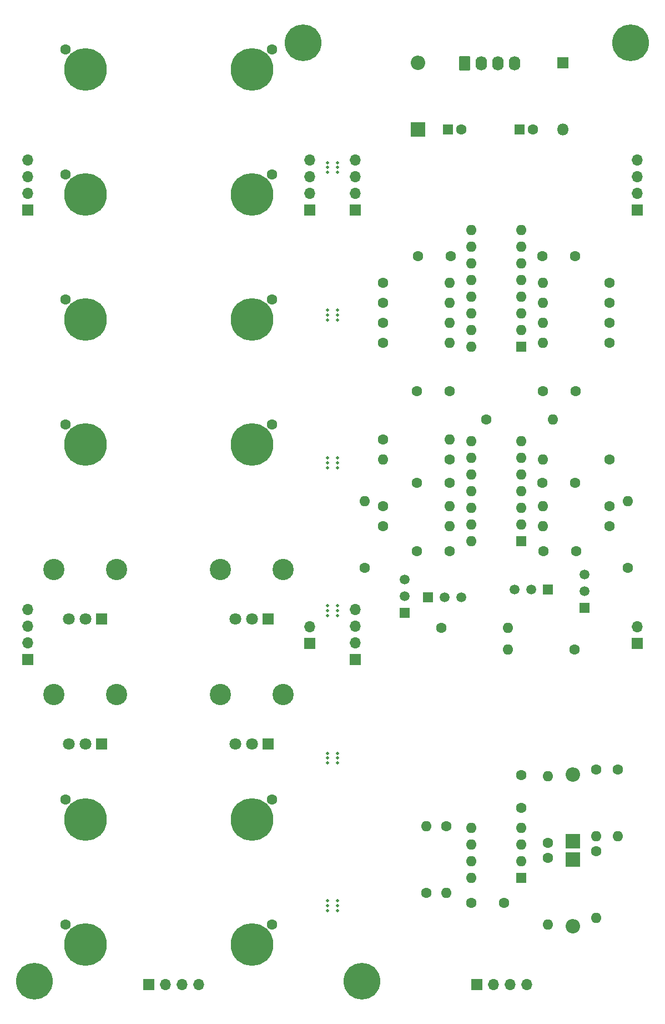
<source format=gbs>
%TF.GenerationSoftware,KiCad,Pcbnew,(6.0.0-0)*%
%TF.CreationDate,2022-06-17T06:04:18+01:00*%
%TF.ProjectId,4u-damped-integrator,34752d64-616d-4706-9564-2d696e746567,r01*%
%TF.SameCoordinates,Original*%
%TF.FileFunction,Soldermask,Bot*%
%TF.FilePolarity,Negative*%
%FSLAX46Y46*%
G04 Gerber Fmt 4.6, Leading zero omitted, Abs format (unit mm)*
G04 Created by KiCad (PCBNEW (6.0.0-0)) date 2022-06-17 06:04:18*
%MOMM*%
%LPD*%
G01*
G04 APERTURE LIST*
G04 Aperture macros list*
%AMRoundRect*
0 Rectangle with rounded corners*
0 $1 Rounding radius*
0 $2 $3 $4 $5 $6 $7 $8 $9 X,Y pos of 4 corners*
0 Add a 4 corners polygon primitive as box body*
4,1,4,$2,$3,$4,$5,$6,$7,$8,$9,$2,$3,0*
0 Add four circle primitives for the rounded corners*
1,1,$1+$1,$2,$3*
1,1,$1+$1,$4,$5*
1,1,$1+$1,$6,$7*
1,1,$1+$1,$8,$9*
0 Add four rect primitives between the rounded corners*
20,1,$1+$1,$2,$3,$4,$5,0*
20,1,$1+$1,$4,$5,$6,$7,0*
20,1,$1+$1,$6,$7,$8,$9,0*
20,1,$1+$1,$8,$9,$2,$3,0*%
G04 Aperture macros list end*
%ADD10C,1.600000*%
%ADD11O,1.600000X1.600000*%
%ADD12R,1.500000X1.500000*%
%ADD13C,1.500000*%
%ADD14C,5.600000*%
%ADD15C,0.500000*%
%ADD16R,1.600000X1.600000*%
%ADD17R,1.700000X1.700000*%
%ADD18O,1.700000X1.700000*%
%ADD19R,2.200000X2.200000*%
%ADD20O,2.200000X2.200000*%
%ADD21RoundRect,0.250000X-0.620000X-0.845000X0.620000X-0.845000X0.620000X0.845000X-0.620000X0.845000X0*%
%ADD22O,1.740000X2.190000*%
%ADD23R,1.800000X1.800000*%
%ADD24O,1.800000X1.800000*%
%ADD25C,3.240000*%
%ADD26C,1.800000*%
%ADD27C,6.500000*%
G04 APERTURE END LIST*
D10*
%TO.C,R21*%
X99314000Y-163068000D03*
D11*
X99314000Y-152908000D03*
%TD*%
D12*
%TO.C,Q2*%
X96012000Y-120396000D03*
D13*
X96012000Y-117856000D03*
X96012000Y-115316000D03*
%TD*%
D12*
%TO.C,Q3*%
X117856000Y-116840000D03*
D13*
X115316000Y-116840000D03*
X112776000Y-116840000D03*
%TD*%
D10*
%TO.C,C5*%
X106172000Y-164592000D03*
X111172000Y-164592000D03*
%TD*%
%TO.C,R22*%
X102362000Y-152908000D03*
D11*
X102362000Y-163068000D03*
%TD*%
D10*
%TO.C,R11*%
X108458000Y-90932000D03*
D11*
X118618000Y-90932000D03*
%TD*%
D14*
%TO.C,H3*%
X89500000Y-176500000D03*
%TD*%
%TO.C,H2*%
X80500000Y-33500000D03*
%TD*%
D10*
%TO.C,R8*%
X92710000Y-107188000D03*
D11*
X102870000Y-107188000D03*
%TD*%
D15*
%TO.C,H8*%
X85750000Y-97500000D03*
X84250000Y-96750000D03*
X84250000Y-97500000D03*
X84250000Y-98250000D03*
X85750000Y-96750000D03*
X85750000Y-98250000D03*
%TD*%
D16*
%TO.C,U2*%
X113800000Y-79766000D03*
D11*
X113800000Y-77226000D03*
X113800000Y-74686000D03*
X113800000Y-72146000D03*
X113800000Y-69606000D03*
X113800000Y-67066000D03*
X113800000Y-64526000D03*
X113800000Y-61986000D03*
X106180000Y-61986000D03*
X106180000Y-64526000D03*
X106180000Y-67066000D03*
X106180000Y-69606000D03*
X106180000Y-72146000D03*
X106180000Y-74686000D03*
X106180000Y-77226000D03*
X106180000Y-79766000D03*
%TD*%
D17*
%TO.C,J14*%
X81500000Y-125000000D03*
D18*
X81500000Y-122460000D03*
%TD*%
D10*
%TO.C,R6*%
X92710000Y-93980000D03*
D11*
X102870000Y-93980000D03*
%TD*%
D15*
%TO.C,H10*%
X84250000Y-75000000D03*
X84250000Y-74250000D03*
X85750000Y-75750000D03*
X84250000Y-75750000D03*
X85750000Y-74250000D03*
X85750000Y-75000000D03*
%TD*%
D10*
%TO.C,C3*%
X122134000Y-110998000D03*
X117134000Y-110998000D03*
%TD*%
%TO.C,R19*%
X121920000Y-125984000D03*
D11*
X111760000Y-125984000D03*
%TD*%
D19*
%TO.C,D4*%
X121666000Y-155160000D03*
D20*
X121666000Y-145000000D03*
%TD*%
D10*
%TO.C,R4*%
X92710000Y-104140000D03*
D11*
X102870000Y-104140000D03*
%TD*%
D10*
%TO.C,R10*%
X89916000Y-113538000D03*
D11*
X89916000Y-103378000D03*
%TD*%
D10*
%TO.C,R1*%
X102870000Y-97028000D03*
D11*
X92710000Y-97028000D03*
%TD*%
D10*
%TO.C,R14*%
X127254000Y-104140000D03*
D11*
X117094000Y-104140000D03*
%TD*%
D15*
%TO.C,H6*%
X84250000Y-165000000D03*
X85750000Y-164250000D03*
X85750000Y-165000000D03*
X84250000Y-164250000D03*
X85750000Y-165750000D03*
X84250000Y-165750000D03*
%TD*%
D19*
%TO.C,D3*%
X121666000Y-157988000D03*
D20*
X121666000Y-168148000D03*
%TD*%
D10*
%TO.C,R18*%
X127254000Y-107188000D03*
D11*
X117094000Y-107188000D03*
%TD*%
D19*
%TO.C,D1*%
X98044000Y-46736000D03*
D20*
X98044000Y-36576000D03*
%TD*%
D10*
%TO.C,R15*%
X127254000Y-70104000D03*
D11*
X117094000Y-70104000D03*
%TD*%
D10*
%TO.C,R2*%
X92710000Y-73152000D03*
D11*
X102870000Y-73152000D03*
%TD*%
D10*
%TO.C,C10*%
X122000000Y-100584000D03*
X117000000Y-100584000D03*
%TD*%
D16*
%TO.C,C12*%
X113570000Y-46736000D03*
D10*
X115570000Y-46736000D03*
%TD*%
D15*
%TO.C,H7*%
X85750000Y-120000000D03*
X84250000Y-120000000D03*
X84250000Y-120750000D03*
X84250000Y-119250000D03*
X85750000Y-120750000D03*
X85750000Y-119250000D03*
%TD*%
D16*
%TO.C,U3*%
X113792000Y-160782000D03*
D11*
X113792000Y-158242000D03*
X113792000Y-155702000D03*
X113792000Y-153162000D03*
X106172000Y-153162000D03*
X106172000Y-155702000D03*
X106172000Y-158242000D03*
X106172000Y-160782000D03*
%TD*%
D10*
%TO.C,R5*%
X92710000Y-70104000D03*
D11*
X102870000Y-70104000D03*
%TD*%
D17*
%TO.C,J22*%
X57000000Y-177000000D03*
D18*
X59540000Y-177000000D03*
X62080000Y-177000000D03*
X64620000Y-177000000D03*
%TD*%
D15*
%TO.C,H5*%
X84250000Y-143250000D03*
X85750000Y-142500000D03*
X85750000Y-143250000D03*
X85750000Y-141750000D03*
X84250000Y-141750000D03*
X84250000Y-142500000D03*
%TD*%
D10*
%TO.C,R12*%
X127254000Y-73152000D03*
D11*
X117094000Y-73152000D03*
%TD*%
D10*
%TO.C,C9*%
X102870000Y-100584000D03*
X97870000Y-100584000D03*
%TD*%
%TO.C,C8*%
X122000000Y-66000000D03*
X117000000Y-66000000D03*
%TD*%
D17*
%TO.C,J12*%
X81500000Y-59000000D03*
D18*
X81500000Y-56460000D03*
X81500000Y-53920000D03*
X81500000Y-51380000D03*
%TD*%
D10*
%TO.C,R7*%
X92710000Y-79248000D03*
D11*
X102870000Y-79248000D03*
%TD*%
D21*
%TO.C,J17*%
X105156000Y-36596000D03*
D22*
X107696000Y-36596000D03*
X110236000Y-36596000D03*
X112776000Y-36596000D03*
%TD*%
D10*
%TO.C,R17*%
X127254000Y-79248000D03*
D11*
X117094000Y-79248000D03*
%TD*%
D12*
%TO.C,Q4*%
X123444000Y-119634000D03*
D13*
X123444000Y-117094000D03*
X123444000Y-114554000D03*
%TD*%
D10*
%TO.C,R23*%
X117856000Y-157734000D03*
D11*
X117856000Y-167894000D03*
%TD*%
D10*
%TO.C,R13*%
X127254000Y-76200000D03*
D11*
X117094000Y-76200000D03*
%TD*%
D14*
%TO.C,H4*%
X130500000Y-33500000D03*
%TD*%
D10*
%TO.C,C7*%
X103000000Y-66000000D03*
X98000000Y-66000000D03*
%TD*%
%TO.C,R20*%
X130048000Y-113538000D03*
D11*
X130048000Y-103378000D03*
%TD*%
D10*
%TO.C,C2*%
X102870000Y-86614000D03*
X97870000Y-86614000D03*
%TD*%
%TO.C,R26*%
X117856000Y-155448000D03*
D11*
X117856000Y-145288000D03*
%TD*%
D17*
%TO.C,J4*%
X38500000Y-59000000D03*
D18*
X38500000Y-56460000D03*
X38500000Y-53920000D03*
X38500000Y-51380000D03*
%TD*%
D10*
%TO.C,C6*%
X113792000Y-145114000D03*
X113792000Y-150114000D03*
%TD*%
D14*
%TO.C,H1*%
X39500000Y-176500000D03*
%TD*%
D10*
%TO.C,R3*%
X92710000Y-76200000D03*
D11*
X102870000Y-76200000D03*
%TD*%
D10*
%TO.C,R24*%
X128524000Y-144272000D03*
D11*
X128524000Y-154432000D03*
%TD*%
D10*
%TO.C,R9*%
X101600000Y-122682000D03*
D11*
X111760000Y-122682000D03*
%TD*%
D10*
%TO.C,R27*%
X125222000Y-156718000D03*
D11*
X125222000Y-166878000D03*
%TD*%
D10*
%TO.C,R16*%
X127254000Y-97028000D03*
D11*
X117094000Y-97028000D03*
%TD*%
D16*
%TO.C,C11*%
X102616000Y-46736000D03*
D10*
X104616000Y-46736000D03*
%TD*%
D15*
%TO.C,H9*%
X85750000Y-53250000D03*
X85750000Y-51750000D03*
X85750000Y-52500000D03*
X84250000Y-52500000D03*
X84250000Y-53250000D03*
X84250000Y-51750000D03*
%TD*%
D23*
%TO.C,D2*%
X120142000Y-36576000D03*
D24*
X120142000Y-46736000D03*
%TD*%
D10*
%TO.C,C4*%
X117094000Y-86614000D03*
X122094000Y-86614000D03*
%TD*%
%TO.C,C1*%
X97870000Y-110998000D03*
X102870000Y-110998000D03*
%TD*%
D12*
%TO.C,Q1*%
X99568000Y-117962000D03*
D13*
X102108000Y-117962000D03*
X104648000Y-117962000D03*
%TD*%
D16*
%TO.C,U1*%
X113782000Y-109479000D03*
D11*
X113782000Y-106939000D03*
X113782000Y-104399000D03*
X113782000Y-101859000D03*
X113782000Y-99319000D03*
X113782000Y-96779000D03*
X113782000Y-94239000D03*
X106162000Y-94239000D03*
X106162000Y-96779000D03*
X106162000Y-99319000D03*
X106162000Y-101859000D03*
X106162000Y-104399000D03*
X106162000Y-106939000D03*
X106162000Y-109479000D03*
%TD*%
D10*
%TO.C,R25*%
X125222000Y-144272000D03*
D11*
X125222000Y-154432000D03*
%TD*%
D17*
%TO.C,J6*%
X38500000Y-127500000D03*
D18*
X38500000Y-124960000D03*
X38500000Y-122420000D03*
X38500000Y-119880000D03*
%TD*%
D25*
%TO.C,RV3*%
X77500000Y-132850000D03*
X67900000Y-132850000D03*
D23*
X75200000Y-140350000D03*
D26*
X72700000Y-140350000D03*
X70200000Y-140350000D03*
%TD*%
D17*
%TO.C,J13*%
X131500000Y-59000000D03*
D18*
X131500000Y-56460000D03*
X131500000Y-53920000D03*
X131500000Y-51380000D03*
%TD*%
D10*
%TO.C,J20*%
X75748000Y-148852000D03*
D27*
X72700000Y-151900000D03*
%TD*%
%TO.C,J19*%
X47300000Y-151900000D03*
D10*
X44252000Y-148852000D03*
%TD*%
D27*
%TO.C,J10*%
X72700000Y-56650000D03*
D10*
X75748000Y-53602000D03*
%TD*%
D27*
%TO.C,J16*%
X72700000Y-37600000D03*
D10*
X75748000Y-34552000D03*
%TD*%
D27*
%TO.C,J2*%
X47300000Y-56650000D03*
D10*
X44252000Y-53602000D03*
%TD*%
%TO.C,J18*%
X44252000Y-167902000D03*
D27*
X47300000Y-170950000D03*
%TD*%
D10*
%TO.C,J9*%
X75748000Y-72652000D03*
D27*
X72700000Y-75700000D03*
%TD*%
D25*
%TO.C,RV1*%
X52100000Y-132850000D03*
X42500000Y-132850000D03*
D23*
X49800000Y-140350000D03*
D26*
X47300000Y-140350000D03*
X44800000Y-140350000D03*
%TD*%
D27*
%TO.C,J8*%
X47300000Y-37600000D03*
D10*
X44252000Y-34552000D03*
%TD*%
D17*
%TO.C,J7*%
X88500000Y-127500000D03*
D18*
X88500000Y-124960000D03*
X88500000Y-122420000D03*
X88500000Y-119880000D03*
%TD*%
D10*
%TO.C,J3*%
X44252000Y-91702000D03*
D27*
X47300000Y-94750000D03*
%TD*%
D25*
%TO.C,RV4*%
X67900000Y-113800000D03*
X77500000Y-113800000D03*
D23*
X75200000Y-121300000D03*
D26*
X72700000Y-121300000D03*
X70200000Y-121300000D03*
%TD*%
D17*
%TO.C,J5*%
X88500000Y-59000000D03*
D18*
X88500000Y-56460000D03*
X88500000Y-53920000D03*
X88500000Y-51380000D03*
%TD*%
D10*
%TO.C,J1*%
X44252000Y-72652000D03*
D27*
X47300000Y-75700000D03*
%TD*%
%TO.C,J21*%
X72700000Y-170950000D03*
D10*
X75748000Y-167902000D03*
%TD*%
D17*
%TO.C,J23*%
X107000000Y-177000000D03*
D18*
X109540000Y-177000000D03*
X112080000Y-177000000D03*
X114620000Y-177000000D03*
%TD*%
D10*
%TO.C,J11*%
X75748000Y-91702000D03*
D27*
X72700000Y-94750000D03*
%TD*%
D25*
%TO.C,RV2*%
X42500000Y-113800000D03*
X52100000Y-113800000D03*
D23*
X49800000Y-121300000D03*
D26*
X47300000Y-121300000D03*
X44800000Y-121300000D03*
%TD*%
D17*
%TO.C,J15*%
X131500000Y-125000000D03*
D18*
X131500000Y-122460000D03*
%TD*%
M02*

</source>
